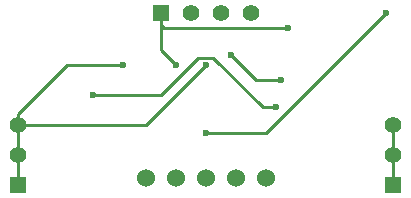
<source format=gbr>
G04 #@! TF.GenerationSoftware,KiCad,Pcbnew,(5.0.2)-1*
G04 #@! TF.CreationDate,2019-08-29T18:06:14-04:00*
G04 #@! TF.ProjectId,IGEM_Device,4947454d-5f44-4657-9669-63652e6b6963,rev?*
G04 #@! TF.SameCoordinates,Original*
G04 #@! TF.FileFunction,Copper,L2,Bot*
G04 #@! TF.FilePolarity,Positive*
%FSLAX46Y46*%
G04 Gerber Fmt 4.6, Leading zero omitted, Abs format (unit mm)*
G04 Created by KiCad (PCBNEW (5.0.2)-1) date 2019-08-29 6:06:14 PM*
%MOMM*%
%LPD*%
G01*
G04 APERTURE LIST*
G04 #@! TA.AperFunction,ComponentPad*
%ADD10C,1.397000*%
G04 #@! TD*
G04 #@! TA.AperFunction,ComponentPad*
%ADD11R,1.397000X1.397000*%
G04 #@! TD*
G04 #@! TA.AperFunction,ComponentPad*
%ADD12C,1.524000*%
G04 #@! TD*
G04 #@! TA.AperFunction,ViaPad*
%ADD13C,0.600000*%
G04 #@! TD*
G04 #@! TA.AperFunction,Conductor*
%ADD14C,0.250000*%
G04 #@! TD*
G04 APERTURE END LIST*
D10*
G04 #@! TO.P,J6,3*
G04 #@! TO.N,+2V85*
X141605000Y-92710000D03*
G04 #@! TO.P,J6,2*
X141605000Y-95250000D03*
D11*
G04 #@! TO.P,J6,1*
X141605000Y-97790000D03*
G04 #@! TD*
G04 #@! TO.P,J5,1*
G04 #@! TO.N,/SCL*
X153670000Y-83185000D03*
D10*
G04 #@! TO.P,J5,2*
G04 #@! TO.N,/SDA*
X156210000Y-83185000D03*
G04 #@! TO.P,J5,3*
G04 #@! TO.N,/IP_CONTROL*
X158750000Y-83185000D03*
G04 #@! TO.P,J5,4*
G04 #@! TO.N,/POWER_GOOD*
X161290000Y-83185000D03*
G04 #@! TD*
D11*
G04 #@! TO.P,J7,1*
G04 #@! TO.N,GND*
X173355000Y-97790000D03*
D10*
G04 #@! TO.P,J7,2*
X173355000Y-95250000D03*
G04 #@! TO.P,J7,3*
X173355000Y-92710000D03*
G04 #@! TD*
D12*
G04 #@! TO.P,J2,1*
G04 #@! TO.N,GND*
X162560000Y-97155000D03*
G04 #@! TO.P,J2,2*
G04 #@! TO.N,/COUN_ELECTRODE*
X160020000Y-97155000D03*
G04 #@! TO.P,J2,3*
G04 #@! TO.N,/REF_ELECTRODE*
X157480000Y-97155000D03*
G04 #@! TO.P,J2,4*
G04 #@! TO.N,/WORK_ELECTRODE*
X154940000Y-97155000D03*
G04 #@! TO.P,J2,5*
G04 #@! TO.N,/IP_CATHODE*
X152400000Y-97155000D03*
G04 #@! TD*
D13*
G04 #@! TO.N,GND*
X163445000Y-91210000D03*
X147955000Y-90170000D03*
G04 #@! TO.N,+2V85*
X159655000Y-86785000D03*
X163830000Y-88900000D03*
X150495000Y-87630000D03*
X157480000Y-87630000D03*
G04 #@! TO.N,+1V8*
X157480000Y-93345000D03*
X172720000Y-83185000D03*
G04 #@! TO.N,/SCL*
X154940000Y-87630000D03*
X164465000Y-84455000D03*
G04 #@! TD*
D14*
G04 #@! TO.N,GND*
X162330000Y-91210000D02*
X163445000Y-91210000D01*
X158115000Y-86995000D02*
X162330000Y-91210000D01*
X156845000Y-86995000D02*
X158115000Y-86995000D01*
X153670000Y-90170000D02*
X156845000Y-86995000D01*
X147955000Y-90170000D02*
X153670000Y-90170000D01*
X173355000Y-97790000D02*
X173355000Y-95250000D01*
X173355000Y-92710000D02*
X173355000Y-95250000D01*
G04 #@! TO.N,+2V85*
X163830000Y-88900000D02*
X161770000Y-88900000D01*
X161770000Y-88900000D02*
X159655000Y-86785000D01*
X157480000Y-87630000D02*
X152400000Y-92710000D01*
X141605000Y-92710000D02*
X141605000Y-95250000D01*
X152400000Y-92710000D02*
X141605000Y-92710000D01*
X141605000Y-95250000D02*
X141605000Y-97790000D01*
X145736500Y-87630000D02*
X141605000Y-91761500D01*
X141605000Y-91761500D02*
X141605000Y-92710000D01*
X150495000Y-87630000D02*
X145736500Y-87630000D01*
G04 #@! TO.N,+1V8*
X162560000Y-93345000D02*
X157480000Y-93345000D01*
X172720000Y-83185000D02*
X162560000Y-93345000D01*
G04 #@! TO.N,/SCL*
X153670000Y-86360000D02*
X154940000Y-87630000D01*
X164465000Y-84455000D02*
X153991500Y-84455000D01*
X153670000Y-84133500D02*
X153670000Y-83185000D01*
X153991500Y-84455000D02*
X153670000Y-84133500D01*
X153670000Y-83185000D02*
X153670000Y-86360000D01*
G04 #@! TD*
M02*

</source>
